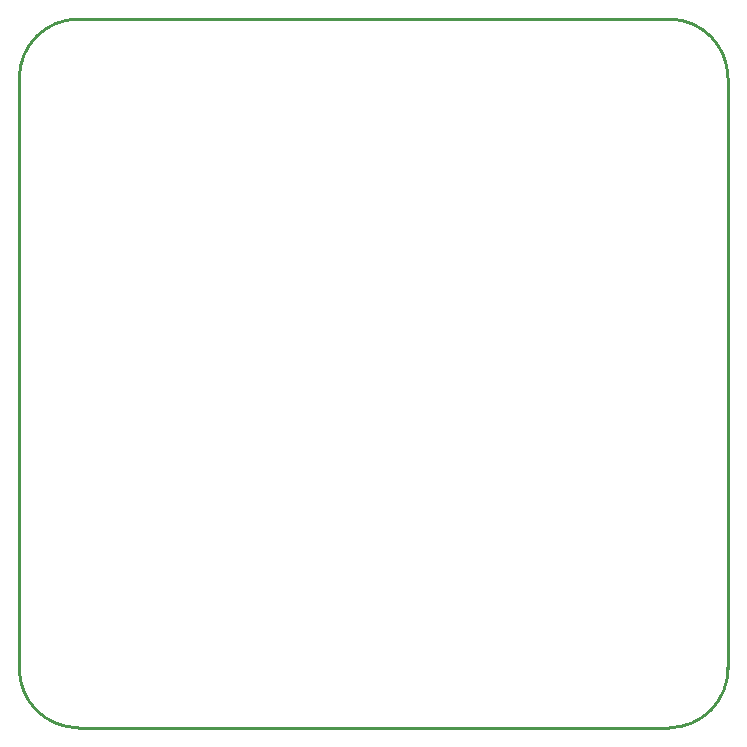
<source format=gko>
G04 Layer: BoardOutline*
G04 EasyEDA v6.4.19.5, 2021-05-27T00:11:37--3:00*
G04 bf34132eec9142e49db4406177482e83,59636247558045d2802cba280e4ac9d9,10*
G04 Gerber Generator version 0.2*
G04 Scale: 100 percent, Rotated: No, Reflected: No *
G04 Dimensions in millimeters *
G04 leading zeros omitted , absolute positions ,4 integer and 5 decimal *
%FSLAX45Y45*%
%MOMM*%

%ADD10C,0.2540*%
D10*
X5499994Y0D02*
G01*
X499993Y0D01*
X0Y500001D02*
G01*
X0Y5500006D01*
X5999993Y5499877D02*
G01*
X6000005Y499877D01*
X499993Y6000000D02*
G01*
X5499994Y6000000D01*
G75*
G01*
X499999Y6000001D02*
G03*
X5Y5502272I0J-499999D01*
G75*
G01*
X6000001Y5500002D02*
G03*
X5501711Y6000001I-500002J0D01*
G75*
G01*
X5505470Y-10D02*
G03*
X5999942Y509877I-5472J500012D01*
G75*
G01*
X0Y501767D02*
G03*
X497975Y-20I500021J-1767D01*

%LPD*%
M02*

</source>
